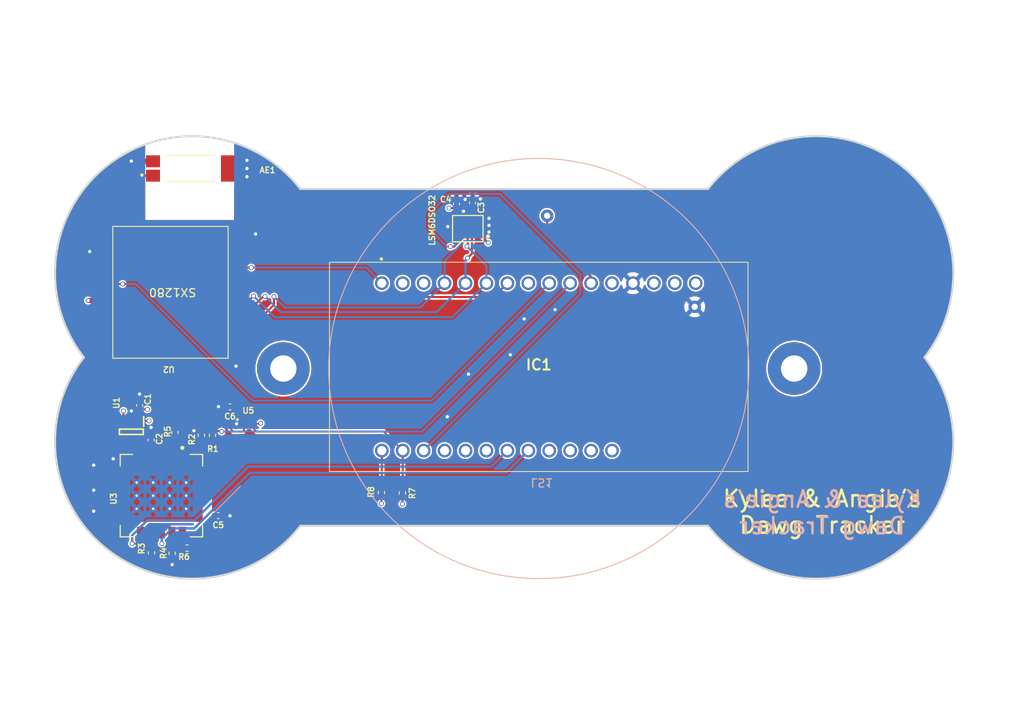
<source format=kicad_pcb>
(kicad_pcb (version 20211014) (generator pcbnew)
  (layers (0 "F.Cu" signal) (1 "In1.Cu" signal) (2 "In2.Cu" signal) (31 "B.Cu" signal) (34 "B.Paste" user) (35 "F.Paste" user) (36 "B.SilkS" user "B.Silkscreen") (37 "F.SilkS" user "F.Silkscreen") (38 "B.Mask" user) (39 "F.Mask" user) (44 "Edge.Cuts" user))
  (net 0 "")
  (net 1 "+3V3")
  (net 2 "GND")
  (net 3 "+1V8")
  (net 4 "/lora reset")
  (net 7 "/SCK")
  (net 8 "/MOSI")
  (net 9 "/MISO")
  (net 10 "/lora cs")
  (net 12 "/ANT")
  (net 13 "/GPS_ON")
  (net 14 "Net-(IC1-Pad11)")
  (net 18 "+3V8")
  (net 22 "/gps reset")
  (net 23 "/wakeup")
  (net 27 "/pedometer cs")
  (net 28 "/I2C_SCL")
  (net 29 "/I2C_SDA")
  (net 30 "Net-(R1-Pad2)")
  (net 35 "/BUSY")
  (net 41 "Net-(C6-Pad1)")
  (net 42 "/CTS")
  (net 43 "/RTS")
  (footprint "Resistor_SMD:R_0402_1005Metric" (layer "F.Cu") (at 83.7 119.2 -90)
    (fp_text reference "R7" (at 0.04 -1.2 -270) (layer "F.SilkS") (effects (font (size 0.7 0.7))))
    (fp_text value "2.2k" hide)
    (fp_line (start -0.153641 -0.38) (end 0.153641 -0.38) (layer "F.SilkS") (width 0.12))
    (fp_line (start -0.153641 0.38) (end 0.153641 0.38) (layer "F.SilkS") (width 0.12))
    (pad "1" smd roundrect locked (at -0.51 0 270) (size 0.54 0.64) (layers "F.Cu" "F.Paste" "F.Mask") (net 28 "/I2C_SCL"))
    (pad "2" smd roundrect locked (at 0.51 0 270) (size 0.54 0.64) (layers "F.Cu" "F.Paste" "F.Mask") (net 1 "+3V3"))
  )
  (footprint "Resistor_SMD:R_0402_1005Metric" (layer "F.Cu") (at 81.15 119.15 -90)
    (fp_text reference "R8" (at -0.06 1.25 -270) (layer "F.SilkS") (effects (font (size 0.7 0.7))))
    (fp_text value "2.2k" hide)
    (fp_line (start -0.153641 -0.38) (end 0.153641 -0.38) (layer "F.SilkS") (width 0.12))
    (fp_line (start -0.153641 0.38) (end 0.153641 0.38) (layer "F.SilkS") (width 0.12))
    (pad "1" smd roundrect locked (at -0.51 0 270) (size 0.54 0.64) (layers "F.Cu" "F.Paste" "F.Mask") (net 29 "/I2C_SDA"))
    (pad "2" smd roundrect locked (at 0.51 0 270) (size 0.54 0.64) (layers "F.Cu" "F.Paste" "F.Mask") (net 1 "+3V3"))
  )
  (footprint "Resistor_SMD:R_0402_1005Metric" (layer "F.Cu") (at 59.3 112.2 90)
    (fp_text reference "R2" (at -0.5 -1.15 90) (layer "F.SilkS") (effects (font (size 0.7 0.7))))
    (fp_text value "10k" hide)
    (fp_line (start -0.153641 0.38) (end 0.153641 0.38) (layer "F.SilkS") (width 0.12))
    (fp_line (start -0.153641 -0.38) (end 0.153641 -0.38) (layer "F.SilkS") (width 0.12))
    (pad "1" smd roundrect locked (at -0.51 0 90) (size 0.54 0.64) (layers "F.Cu" "F.Paste" "F.Mask") (net 30 "Net-(R1-Pad2)"))
    (pad "2" smd roundrect locked (at 0.51 0 90) (size 0.54 0.64) (layers "F.Cu" "F.Paste" "F.Mask") (net 2 "GND"))
  )
  (footprint "Dog_Tracker:ORG1510" (layer "F.Cu") (at 54.449999 119.527 90)
    (fp_text reference "U3" (at -1.173 -5.799999 90) (layer "F.SilkS") (effects (font (size 0.7 0.7)) (justify left)))
    (fp_text value "Origin_GPS1510" hide)
    (fp_line (start -5 -5) (end -5 -3.5) (layer "F.SilkS") (width 0.15))
    (fp_line (start -5 5) (end -5 3.5) (layer "F.SilkS") (width 0.15))
    (fp_line (start 5 5) (end 3.6 5) (layer "F.SilkS") (width 0.15))
    (fp_line (start 5 5) (end 5 3.5) (layer "F.SilkS") (width 0.15))
    (fp_line (start 5 -5) (end 3.6 -5) (layer "F.SilkS") (width 0.15))
    (fp_line (start 5 -5) (end 5 -3.5) (layer "F.SilkS") (width 0.15))
    (fp_line (start -5 -5) (end -3.6 -5) (layer "F.SilkS") (width 0.15))
    (fp_line (start -5 5) (end -3.6 5) (layer "F.SilkS") (width 0.15))
    (fp_circle (center 5.799999 2.54) (end 5.924999 2.54) (layer "F.SilkS") (width 0.25) (fill none))
    (pad "1" smd rect (at 4.358 2.54 90) (size 1.676 0.864) (layers "F.Cu" "F.Paste" "F.Mask") (net 30 "Net-(R1-Pad2)"))
    (pad "2" smd rect (at 4.485 1.27 90) (size 1.422 0.864) (layers "F.Cu" "F.Paste" "F.Mask"))
    (pad "3" smd rect (at 4.485 0 90) (size 1.422 0.864) (layers "F.Cu" "F.Paste" "F.Mask") (net 41 "Net-(C6-Pad1)"))
    (pad "4" smd rect (at 4.485 -1.27 90) (size 1.422 0.864) (layers "F.Cu" "F.Paste" "F.Mask") (net 3 "+1V8"))
    (pad "5" thru_hole circle (at 1.5875 3.002398 90) (size 0.6 0.6) (drill 0.3) (layers *.Cu) (net 2 "GND"))
    (pad "5" thru_hole circle (at 1.5875 1.000799 90) (size 0.6 0.6) (drill 0.3) (layers *.Cu) (net 2 "GND"))
    (pad "5" thru_hole circle (at -1.5875 3.002398 90) (size 0.6 0.6) (drill 0.3) (layers *.Cu) (net 2 "GND"))
    (pad "5" thru_hole circle (at 1.5875 -1.0008 90) (size 0.6 0.6) (drill 0.3) (layers *.Cu) (net 2 "GND"))
    (pad "5" thru_hole circle (at 0 3.002398 90) (size 0.6 0.6) (drill 0.3) (layers *.Cu) (net 2 "GND"))
    (pad "5" thru_hole circle (at -1.5875 -1.0008 90) (size 0.6 0.6) (drill 0.3) (layers *.Cu) (net 2 "GND"))
    (pad "5" smd rect (at 4.485 -2.54 90) (size 1.422 0.864) (layers "F.Cu" "F.Paste" "F.Mask") (net 2 "GND"))
    (pad "5" thru_hole circle (at 0 -3.002399 180) (size 0.6 0.6) (drill 0.3) (layers *.Cu) (net 2 "GND"))
    (pad "5" thru_hole circle (at -1.5875 -3.002399 90) (size 0.6 0.6) (drill 0.3) (layers *.Cu) (net 2 "GND"))
    (pad "5" thru_hole circle (at 0 -1.0008 90) (size 0.6 0.6) (drill 0.3) (layers *.Cu) (net 2 "GND"))
    (pad "5" thru_hole circle (at -1.5875 1.000799 90) (size 0.6 0.6) (drill 0.3) (layers *.Cu) (net 2 "GND"))
    (pad "5" smd rect (at 0 0 90) (size 6.35 10.008) (layers "F.Cu" "F.Paste" "F.Mask") (net 2 "GND"))
    (pad "5" thru_hole circle (at 1.5875 -3.002399 180) (size 0.6 0.6) (drill 0.3) (layers *.Cu) (net 2 "GND"))
    (pad "5" thru_hole circle (at 0 1.000799 90) (size 0.6 0.6) (drill 0.3) (layers *.Cu) (net 2 "GND"))
    (pad "6" smd rect (at -4.485 -2.54 90) (size 1.422 0.864) (layers "F.Cu" "F.Paste" "F.Mask") (net 23 "/wakeup"))
    (pad "7" smd rect (at -4.485 -1.27 90) (size 1.422 0.864) (layers "F.Cu" "F.Paste" "F.Mask") (net 42 "/CTS"))
    (pad "8" smd rect (at -4.485 0 90) (size 1.422 0.864) (layers "F.Cu" "F.Paste" "F.Mask") (net 22 "/gps reset"))
    (pad "9" smd rect (at -4.485 1.27 90) (size 1.422 0.864) (layers "F.Cu" "F.Paste" "F.Mask") (net 43 "/RTS"))
    (pad "10" smd rect (at -4.485 2.54 90) (size 1.422 0.864) (layers "F.Cu" "F.Paste" "F.Mask") (net 29 "/I2C_SDA"))
  )
  (footprint "Resistor_SMD:R_0402_1005Metric" (layer "F.Cu") (at 60.65 112.21 -90)
    (fp_text reference "R1" (at 1.64 -0.05 -180) (layer "F.SilkS") (effects (font (size 0.7 0.7))))
    (fp_text value "220" hide)
    (fp_line (start -0.153641 -0.38) (end 0.153641 -0.38) (layer "F.SilkS") (width 0.12))
    (fp_line (start -0.153641 0.38) (end 0.153641 0.38) (layer "F.SilkS") (width 0.12))
    (pad "1" smd roundrect locked (at -0.51 0 270) (size 0.54 0.64) (layers "F.Cu" "F.Paste" "F.Mask") (net 13 "/GPS_ON"))
    (pad "2" smd roundrect locked (at 0.51 0 270) (size 0.54 0.64) (layers "F.Cu" "F.Paste" "F.Mask") (net 30 "Net-(R1-Pad2)"))
  )
  (footprint "Dog_Tracker:SX1280_Breakout" (layer "F.Cu") (at 55.55 94.85 180)
    (fp_text reference "U2" (at 0.2 -9.35 180 unlocked) (layer "F.SilkS") (effects (font (size 0.7 0.7))))
    (fp_text value "SX1280IMLTRT")
    (fp_text user "SX1280" (at -0.254 0 180 unlocked) (layer "F.SilkS"))
    (fp_rect (start -7 -8) (end 7 8) (layer "F.SilkS") (width 0.12) (fill none))
    (pad "1" smd rect (at -8 -7 180) (size 1.5 1.2) (layers "F.Cu" "F.Paste" "F.Mask") (net 2 "GND"))
    (pad "2" smd rect (at -8 -5 180) (size 1.5 1.2) (layers "F.Cu" "F.Paste" "F.Mask") (net 9 "/MISO"))
    (pad "3" smd rect (at -8 -3 180) (size 1.5 1.2) (layers "F.Cu" "F.Paste" "F.Mask") (net 8 "/MOSI"))
    (pad "4" smd rect (at -8 -1 180) (size 1.5 1.2) (layers "F.Cu" "F.Paste" "F.Mask") (net 7 "/SCK"))
    (pad "5" smd rect (at -8 1 180) (size 1.5 1.2) (layers "F.Cu" "F.Paste" "F.Mask") (net 10 "/lora cs"))
    (pad "6" smd rect (at -8 3 180) (size 1.5 1.2) (layers "F.Cu" "F.Paste" "F.Mask") (net 4 "/lora reset"))
    (pad "7" smd rect (at -8 5 180) (size 1.5 1.2) (layers "F.Cu" "F.Paste" "F.Mask"))
    (pad "8" smd rect (at -8 7 180) (size 1.5 1.2) (layers "F.Cu" "F.Paste" "F.Mask") (net 2 "GND"))
    (pad "9" smd rect (at 8 7 180) (size 1.5 1.2) (layers "F.Cu" "F.Paste" "F.Mask") (net 12 "/ANT"))
    (pad "10" smd rect (at 8 5 180) (size 1.5 1.2) (layers "F.Cu" "F.Paste" "F.Mask") (net 2 "GND"))
    (pad "11" smd rect (at 8 3 180) (size 1.5 1.2) (layers "F.Cu" "F.Paste" "F.Mask"))
    (pad "12" smd rect (at 8 1 180) (size 1.5 1.2) (layers "F.Cu" "F.Paste" "F.Mask") (net 35 "/BUSY"))
    (pad "13" smd rect (at 8 -1 180) (size 1.5 1.2) (layers "F.Cu" "F.Paste" "F.Mask") (net 1 "+3V3"))
    (pad "14" smd rect (at 8 -3 180) (size 1.5 1.2) (layers "F.Cu" "F.Paste" "F.Mask"))
    (pad "15" smd rect (at 8 -5 180) (size 1.5 1.2) (layers "F.Cu" "F.Paste" "F.Mask"))
    (pad "16" smd rect (at 8 -7 180) (size 1.5 1.2) (layers "F.Cu" "F.Paste" "F.Mask"))
  )
  (footprint "Dog_Tracker:W3211" (layer "F.Cu") (at 57.98 79.82 180)
    (fp_text reference "AE1" (at -9.35 -0.2) (layer "F.SilkS") (effects (font (size 0.7 0.7))))
    (fp_text value "W3211" hide)
    (fp_line (start 5.9 -0.7) (end 5.9 -0.7) (layer "F.SilkS") (width 0.2))
    (fp_line (start 5.9 -0.9) (end 5.9 -0.9) (layer "F.SilkS") (width 0.2))
    (fp_line (start -3 -1.6) (end 3 -1.6) (layer "F.SilkS") (width 0.1))
    (fp_line (start -3 1.6) (end 3 1.6) (layer "F.SilkS") (width 0.1))
    (fp_arc (start 5.9 -0.9) (mid 6 -0.8) (end 5.9 -0.7) (layer "F.SilkS") (width 0.2))
    (fp_arc (start 5.9 -0.7) (mid 5.8 -0.8) (end 5.9 -0.9) (layer "F.SilkS") (width 0.2))
    (pad "1" smd rect (at 4.55 -0.875 270) (size 1.45 1.7) (layers "F.Cu" "F.Paste" "F.Mask") (net 12 "/ANT"))
    (pad "2" smd rect (at -4.55 0 180) (size 1.7 3.2) (layers "F.Cu" "F.Paste" "F.Mask") (net 2 "GND"))
    (pad "2" smd rect (at 4.55 0.875 270) (size 1.45 1.7) (layers "F.Cu" "F.Paste" "F.Mask") (net 2 "GND"))
  )
  (footprint "Resistor_SMD:R_0402_1005Metric" (layer "F.Cu") (at 55.749999 126.517 -90)
    (fp_text reference "R4" (at 0 1.049999 -270) (layer "F.SilkS") (effects (font (size 0.7 0.7))))
    (fp_text value "10k" hide)
    (fp_line (start -0.153641 0.38) (end 0.153641 0.38) (layer "F.SilkS") (width 0.12))
    (fp_line (start -0.153641 -0.38) (end 0.153641 -0.38) (layer "F.SilkS") (width 0.12))
    (pad "1" smd roundrect locked (at -0.51 0 270) (size 0.54 0.64) (layers "F.Cu" "F.Paste" "F.Mask") (net 43 "/RTS"))
    (pad "2" smd roundrect locked (at 0.51 0 270) (size 0.54 0.64) (layers "F.Cu" "F.Paste" "F.Mask") (net 2 "GND"))
  )
  (footprint "Resistor_SMD:R_0402_1005Metric" (layer "F.Cu") (at 53.249999 126.477 -90)
    (fp_text reference "R3" (at -0.527 1.199999 -270) (layer "F.SilkS") (effects (font (size 0.7 0.7))))
    (fp_text value "10k" hide)
    (fp_line (start -0.153641 -0.38) (end 0.153641 -0.38) (layer "F.SilkS") (width 0.12))
    (fp_line (start -0.153641 0.38) (end 0.153641 0.38) (layer "F.SilkS") (width 0.12))
    (pad "1" smd roundrect locked (at -0.51 0 270) (size 0.54 0.64) (layers "F.Cu" "F.Paste" "F.Mask") (net 42 "/CTS"))
    (pad "2" smd roundrect locked (at 0.51 0 270) (size 0.54 0.64) (layers "F.Cu" "F.Paste" "F.Mask") (net 3 "+1V8"))
  )
  (footprint "Resistor_SMD:R_0402_1005Metric" (layer "F.Cu") (at 56.1 111.86 90)
    (fp_text reference "R5" (at 0.11 -0.9 90) (layer "F.SilkS") (effects (font (size 0.7 0.7))))
    (fp_text value "2.2k" hide)
    (fp_line (start -0.153641 -0.38) (end 0.153641 -0.38) (layer "F.SilkS") (width 0.12))
    (fp_line (start -0.153641 0.38) (end 0.153641 0.38) (layer "F.SilkS") (width 0.12))
    (pad "1" smd roundrect locked (at -0.51 0 90) (size 0.54 0.64) (layers "F.Cu" "F.Paste" "F.Mask") (net 41 "Net-(C6-Pad1)"))
    (pad "2" smd roundrect locked (at 0.51 0 90) (size 0.54 0.64) (layers "F.Cu" "F.Paste" "F.Mask") (net 3 "+1V8"))
  )
  (footprint "Capacitor_SMD:C_0402_1005Metric" (layer "F.Cu") (at 90.2625 84.125 90)
    (fp_text reference "C4" (at 0.55 -1.3) (layer "F.SilkS") (effects (font (size 0.7 0.7))))
    (fp_text value "100nF" hide)
    (fp_line (start -0.107836 -0.36) (end 0.107836 -0.36) (layer "F.SilkS") (width 0.12))
    (fp_line (start -0.107836 0.36) (end 0.107836 0.36) (layer "F.SilkS") (width 0.12))
    (pad "1" smd roundrect locked (at -0.48 0 90) (size 0.56 0.62) (layers "F.Cu" "F.Paste" "F.Mask") (net 1 "+3V3"))
    (pad "2" smd roundrect locked (at 0.48 0 90) (size 0.56 0.62) (layers "F.Cu" "F.Paste" "F.Mask") (net 2 "GND"))
  )
  (footprint "Capacitor_SMD:C_0402_1005Metric" (layer "F.Cu") (at 92.2125 83.995 90)
    (fp_text reference "C3" (at -0.58 1.05 90) (layer "F.SilkS") (effects (font (size 0.7 0.7))))
    (fp_text value "100nF" hide)
    (fp_line (start -0.107836 0.36) (end 0.107836 0.36) (layer "F.SilkS") (width 0.12))
    (fp_line (start -0.107836 -0.36) (end 0.107836 -0.36) (layer "F.SilkS") (width 0.12))
    (pad "1" smd roundrect locked (at -0.48 0 90) (size 0.56 0.62) (layers "F.Cu" "F.Paste" "F.Mask") (net 1 "+3V3"))
    (pad "2" smd roundrect locked (at 0.48 0 90) (size 0.56 0.62) (layers "F.Cu" "F.Paste" "F.Mask") (net 2 "GND"))
  )
  (footprint "Capacitor_SMD:C_0402_1005Metric" (layer "F.Cu") (at 51.8 108.58 90)
    (fp_text reference "C1" (at 0.78 1 90) (layer "F.SilkS") (effects (font (size 0.7 0.7))))
    (fp_text value "1uF" hide)
    (fp_line (start -0.107836 -0.36) (end 0.107836 -0.36) (layer "F.SilkS") (width 0.12))
    (fp_line (start -0.107836 0.36) (end 0.107836 0.36) (layer "F.SilkS") (width 0.12))
    (pad "1" smd roundrect locked (at -0.48 0 90) (size 0.56 0.62) (layers "F.Cu" "F.Paste" "F.Mask") (net 1 "+3V3"))
    (pad "2" smd roundrect locked (at 0.48 0 90) (size 0.56 0.62) (layers "F.Cu" "F.Paste" "F.Mask") (net 2 "GND"))
  )
  (footprint "Dog_Tracker:Feather_M4" (layer "F.Cu") (at 100.25 103.65 180)
    (fp_text reference "IC1" (at 0 0) (layer "F.SilkS") (effects (font (size 1.27 1.27) (thickness 0.254))))
    (fp_text value "M4 Feather" hide)
    (fp_line (start 25.4 12.45) (end -25.4 12.45) (layer "F.SilkS") (width 0.1))
    (fp_line (start -25.4 12.45) (end -25.4 -12.95) (layer "F.SilkS") (width 0.1))
    (fp_line (start 25.4 -12.95) (end 25.4 12.45) (layer "F.SilkS") (width 0.1))
    (fp_line (start 19 12.85) (end 19 12.85) (layer "F.SilkS") (width 0.2))
    (fp_line (start 19.2 12.85) (end 19.2 12.85) (layer "F.SilkS") (width 0.2))
    (fp_line (start -25.4 -12.95) (end 25.4 -12.95) (layer "F.SilkS") (width 0.1))
    (fp_arc (start 19 12.85) (mid 19.1 12.75) (end 19.2 12.85) (layer "F.SilkS") (width 0.2))
    (fp_arc (start 19.2 12.85) (mid 19.1 12.95) (end 19 12.85) (layer "F.SilkS") (width 0.2))
    (pad "1" thru_hole circle (at 19.05 9.91 180) (size 1.665 1.665) (drill 1.11) (layers *.Cu *.Mask) (net 4 "/lora reset"))
    (pad "2" thru_hole circle (at 16.51 9.91 180) (size 1.665 1.665) (drill 1.11) (layers *.Cu *.Mask))
    (pad "3" thru_hole circle (at 13.97 9.91 180) (size 1.665 1.665) (drill 1.11) (layers *.Cu *.Mask))
    (pad "4" thru_hole circle (at 11.43 9.91 180) (size 1.665 1.665) (drill 1.11) (layers *.Cu *.Mask) (net 9 "/MISO"))
    (pad "5" thru_hole circle (at 8.89 9.91 180) (size 1.665 1.665) (drill 1.11) (layers *.Cu *.Mask) (net 8 "/MOSI"))
    (pad "6" thru_hole circle (at 6.35 9.91 180) (size 1.665 1.665) (drill 1.11) (layers *.Cu *.Mask) (net 7 "/SCK"))
    (pad "7" thru_hole circle (at 3.81 9.91 180) (size 1.665 1.665) (drill 1.11) (layers *.Cu *.Mask) (net 10 "/lora cs"))
    (pad "8" thru_hole circle (at 1.27 9.91 180) (size 1.665 1.665) (drill 1.11) (layers *.Cu *.Mask))
    (pad "9" thru_hole circle (at -1.27 9.91 180) (size 1.665 1.665) (drill 1.11) (layers *.Cu *.Mask) (net 35 "/BUSY"))
    (pad "10" thru_hole circle (at -3.81 9.91 180) (size 1.665 1.665) (drill 1.11) (layers *.Cu *.Mask) (net 13 "/GPS_ON"))
    (pad "11" thru_hole circle (at -6.35 9.91 180) (size 1.665 1.665) (drill 1.11) (layers *.Cu *.Mask) (net 14 "Net-(IC1-Pad11)"))
    (pad "12" thru_hole circle (at -8.89 9.91 180) (size 1.665 1.665) (drill 1.11) (layers *.Cu *.Mask))
    (pad "13" thru_hole circle (at -11.43 9.91 180) (size 1.665 1.665) (drill 1.11) (layers *.Cu *.Mask) (net 2 "GND"))
    (pad "14" thru_hole circle (at -13.97 9.91 180) (size 1.665 1.665) (drill 1.11) (layers *.Cu *.Mask))
    (pad "15" thru_hole circle (at -16.51 9.91 180) (size 1.665 1.665) (drill 1.11) (layers *.Cu *.Mask) (net 1 "+3V3"))
    (pad "16" thru_hole circle (at -19.05 9.91 180) (size 1.665 1.665) (drill 1.11) (layers *.Cu *.Mask))
    (pad "17" thru_hole circle (at -8.89 -10.41 180) (size 1.665 1.665) (drill 1.11) (layers *.Cu *.Mask) (net 18 "+3V8"))
    (pad "18" thru_hole circle (at -6.35 -10.41 180) (size 1.665 1.665) (drill 1.11) (layers *.Cu *.Mask))
    (pad "19" thru_hole circle (at -3.81 -10.41 180) (size 1.665 1.665) (drill 1.11) (layers *.Cu *.Mask))
    (pad "20" thru_hole circle (at -1.27 -10.41 180) (size 1.665 1.665) (drill 1.11) (layers *.Cu *.Mask))
    (pad "21" thru_hole circle (at 1.27 -10.41 180) (size 1.665 1.665) (drill 1.11) (layers *.Cu *.Mask) (net 22 "/gps reset"))
    (pad "22" thru_hole circle (at 3.81 -10.41 180) (size 1.665 1.665) (drill 1.11) (layers *.Cu *.Mask) (net 23 "/wakeup"))
    (pad "23" thru_hole circle (at 6.35 -10.41 180) (size 1.665 1.665) (drill 1.11) (layers *.Cu *.Mask))
    (pad "24" thru_hole circle (at 8.89 -10.41 180) (size 1.665 1.665) (drill 1.11) (layers *.Cu *.Mask))
    (pad "25" thru_hole circle (at 11.43 -10.41 180) (size 1.665 1.665) (drill 1.11) (layers *.Cu *.Mask))
    (pad "26" thru_hole circle (at 13.97 -10.41 180) (size 1.665 1.665) (drill 1.11) (layers *.Cu *.Mask) (net 27 "/pedometer cs"))
    (pad "27" thru_hole circle (at 16.51 -10.41 180) (size 1.665 1.665) (drill 1.11) (layers *.Cu *.Mask) (net 28 "/I2C_SCL"))
    (pad "28" thru_hole circle (at 19.05 -10.41 180) (size 1.665 1.665) (drill 1.11) (layers *.Cu *.Mask) (net 29 "/I2C_SDA"))
  )
  (footprint "Dog_Tracker:SN74AUP1T97DSFR" (layer "F.Cu") (at 64.9428 110.8056)
    (fp_text reference "U5" (at 0.0572 -1.6) (layer "F.SilkS") (effects (font (size 0.7 0.7))))
    (fp_text value "SN74AUP1T97" hide)
    (fp_circle (center -1.27 -0.508) (end -1.27 -0.508) (layer "F.SilkS") (width 0.12) (fill none))
    (fp_circle (center -1.27 -0.508) (end -1.143 -0.508) (layer "F.SilkS") (width 0.12) (fill none))
    (pad "1" smd rect (at -0.4572 -0.3556 90) (size 0.2032 0.762) (layers "F.Cu" "F.Paste" "F.Mask") (net 41 "Net-(C6-Pad1)"))
    (pad "2" smd rect (at -0.4572 0 90) (size 0.2032 0.762) (layers "F.Cu" "F.Paste" "F.Mask") (net 2 "GND"))
    (pad "3" smd rect (at -0.4572 0.3556 90) (size 0.2032 0.762) (layers "F.Cu" "F.Paste" "F.Mask") (net 41 "Net-(C6-Pad1)"))
    (pad "4" smd rect (at 0.4572 0.3556 90) (size 0.2032 0.762) (layers "F.Cu" "F.Paste" "F.Mask") (net 28 "/I2C_SCL"))
    (pad "5" smd rect (at 0.4572 0 90) (size 0.2032 0.762) (layers "F.Cu" "F.Paste" "F.Mask") (net 1 "+3V3"))
    (pad "6" smd rect (at 0.4572 -0.3556 90) (size 0.2032 0.762) (layers "F.Cu" "F.Paste" "F.Mask") (net 41 "Net-(C6-Pad1)"))
  )
  (footprint "Dog_Tracker:LSM6DSRTR" (layer "F.Cu") (at 91.6375 87.125 180)
    (fp_text reference "U6" hide)
    (fp_text value "LSM6DSO32" (at 4.3375 1.025 90) (layer "F.SilkS") (effects (font (size 0.7 0.7))))
    (fp_line (start -1.85 -1.6) (end 1.85 -1.6) (layer "F.SilkS") (width 0.15))
    (fp_line (start 1.85 1.6) (end -1.85 1.6) (layer "F.SilkS") (width 0.15))
    (fp_line (start -1.85 1.6) (end -1.85 -1.6) (layer "F.SilkS") (width 0.15))
    (fp_line (start 1.85 -1.6) (end 1.85 1.6) (layer "F.SilkS") (width 0.15))
    (fp_circle (center -2.45 -0.925) (end -2.325 -0.925) (layer "F.SilkS") (width 0.25) (fill none))
    (pad "1" smd rect (at -1.1625 -0.75 180) (size 0.575 0.35) (layers "F.Cu" "F.Mask") (net 9 "/MISO"))
    (pad "2" smd rect (at -1.1625 -0.25 180) (size 0.575 0.35) (layers "F.Cu" "F.Mask") (net 2 "GND"))
    (pad "3" smd rect (at -1.1625 0.25 180) (size 0.575 0.35) (layers "F.Cu" "F.Mask") (net 2 "GND"))
    (pad "4" smd rect (at -1.1625 0.75 180) (size 0.575 0.35) (layers "F.Cu" "F.Mask") (net 2 "GND"))
    (pad "5" smd rect (at -0.5 0.9125 180) (size 0.35 0.575) (layers "F.Cu" "F.Mask") (net 1 "+3V3"))
    (pad "6" smd rect (at 0 0.9125 180) (size 0.35 0.575) (layers "F.Cu" "F.Mask") (net 2 "GND"))
    (pad "7" smd rect (at 0.5 0.9125 180) (size 0.35 0.575) (layers "F.Cu" "F.Mask") (net 2 "GND"))
    (pad "8" smd rect (at 1.1625 0.75 180) (size 0.575 0.35) (layers "F.Cu" "F.Mask") (net 1 "+3V3"))
    (pad "9" smd rect (at 1.1625 0.25 180) (size 0.575 0.35) (layers "F.Cu" "F.Mask") (net 2 "GND"))
    (pad "10" smd rect (at 1.1625 -0.25 180) (size 0.575 0.35) (layers "F.Cu" "F.Mask"))
    (pad "11" smd rect (at 1.1625 -0.75 180) (size 0.575 0.35) (layers "F.Cu" "F.Mask"))
    (pad "12" smd rect (at 0.5 -0.9125 180) (size 0.35 0.575) (layers "F.Cu" "F.Mask") (net 27 "/pedometer cs"))
    (pad "13" smd rect (at 0 -0.9125 180) (size 0.35 0.575) (layers "F.Cu" "F.Mask") (net 7 "/SCK"))
    (pad "14" smd rect (at -0.5 -0.9125 180) (size 0.35 0.575) (layers "F.Cu" "F.Mask") (net 8 "/MOSI"))
  )
  (footprint "Capacitor_SMD:C_0402_1005Metric" (layer "F.Cu") (at 53.2 112.77 90)
    (fp_text reference "C2" (at 0.12 1 90) (layer "F.SilkS") (effects (font (size 0.7 0.7))))
    (fp_text value "1uF" hide)
    (fp_line (start -0.107836 -0.36) (end 0.107836 -0.36) (layer "F.SilkS") (width 0.12))
    (fp_line (start -0.107836 0.36) (end 0.107836 0.36) (layer "F.SilkS") (width 0.12))
    (pad "1" smd roundrect locked (at -0.48 0 90) (size 0.56 0.62) (layers "F.Cu" "F.Paste" "F.Mask") (net 3 "+1V8"))
    (pad "2" smd roundrect locked (at 0.48 0 90) (size 0.56 0.62) (layers "F.Cu" "F.Paste" "F.Mask") (net 2 "GND"))
  )
  (footprint "Resistor_SMD:R_0402_1005Metric" (layer "F.Cu") (at 57.56 125.9)
    (fp_text reference "R6" (at -0.36 1.05) (layer "F.SilkS") (effects (font (size 0.7 0.7))))
    (fp_text value "2.2k" hide)
    (fp_line (start -0.153641 -0.38) (end 0.153641 -0.38) (layer "F.SilkS") (width 0.12))
    (fp_line (start -0.153641 0.38) (end 0.153641 0.38) (layer "F.SilkS") (width 0.12))
    (pad "1" smd roundrect locked (at -0.51 0) (size 0.54 0.64) (layers "F.Cu" "F.Paste" "F.Mask") (net 29 "/I2C_SDA"))
    (pad "2" smd roundrect locked (at 0.51 0) (size 0.54 0.64) (layers "F.Cu" "F.Paste" "F.Mask") (net 3 "+1V8"))
  )
  (footprint "Capacitor_SMD:C_0402_1005Metric" (layer "F.Cu") (at 62.7785 108.75 180)
    (fp_text reference "C6" (at 0 -1.16) (layer "F.SilkS") (effects (font (size 0.7 0.7))))
    (fp_text value "22pF" hide)
    (fp_line (start -0.107836 -0.36) (end 0.107836 -0.36) (layer "F.SilkS") (width 0.12))
    (fp_line (start -0.107836 0.36) (end 0.107836 0.36) (layer "F.SilkS") (width 0.12))
    (pad "1" smd roundrect locked (at -0.48 0 180) (size 0.56 0.62) (layers "F.Cu" "F.Paste" "F.Mask") (net 41 "Net-(C6-Pad1)"))
    (pad "2" smd roundrect locked (at 0.48 0 180) (size 0.56 0.62) (layers "F.Cu" "F.Paste" "F.Mask") (net 2 "GND"))
  )
  (footprint "Dog_Tracker:SOT95P280X100" (layer "F.Cu") (at 50.799999 111.777 -90)
    (fp_text reference "U1" (at -3.5 1.8 -270) (layer "F.SilkS") (effects (font (size 0.7 0.7))))
    (fp_text value "ADP160AUJZ-1.8-R7" hide)
    (fp_line (start -0.325 -1.45) (end 0.325 -1.45) (layer "F.SilkS") (width 0.2))
    (fp_line (start -1.825 -1.5) (end -0.675 -1.5) (layer "F.SilkS") (width 0.2))
    (fp_line (start -0.325 1.45) (end -0.325 -1.45) (layer "F.SilkS") (width 0.2))
    (fp_line (start 0.325 -1.45) (end 0.325 1.45) (layer "F.SilkS") (width 0.2))
    (fp_line (start 0.325 1.45) (end -0.325 1.45) (layer "F.SilkS") (width 0.2))
    (pad "1" smd rect (at -1.25 -0.95) (size 0.6 1.15) (layers "F.Cu" "F.Paste" "F.Mask") (net 1 "+3V3"))
    (pad "2" smd rect (at -1.25 0) (size 0.6 1.15) (layers "F.Cu" "F.Paste" "F.Mask") (net 2 "GND"))
    (pad "3" smd rect (at -1.25 0.95) (size 0.6 1.15) (layers "F.Cu" "F.Paste" "F.Mask") (net 1 "+3V3"))
    (pad "4" smd rect (at 1.25 0.95) (size 0.6 1.15) (layers "F.Cu" "F.Paste" "F.Mask"))
    (pad "5" smd rect (at 1.25 -0.95) (size 0.6 1.15) (layers "F.Cu" "F.Paste" "F.Mask") (net 3 "+1V8"))
  )
  (footprint "Capacitor_SMD:C_0402_1005Metric" (layer "F.Cu") (at 61.35 121.95)
    (fp_text reference "C5" (at 0 1.15) (layer "F.SilkS") (effects (font (size 0.7 0.7))))
    (fp_text value "22pF" hide)
    (fp_line (start -0.107836 -0.36) (end 0.107836 -0.36) (layer "F.SilkS") (width 0.12))
    (fp_line (start -0.107836 0.36) (end 0.107836 0.36) (layer "F.SilkS") (width 0.12))
    (pad "1" smd roundrect locked (at -0.48 0) (size 0.56 0.62) (layers "F.Cu" "F.Paste" "F.Mask") (net 29 "/I2C_SDA"))
    (pad "2" smd roundrect locked (at 0.48 0) (size 0.56 0.62) (layers "F.Cu" "F.Paste" "F.Mask") (net 2 "GND"))
  )
  (footprint "Dog_Tracker:W-03A" (layer "B.Cu") (at 100.25 104.1)
    (fp_text reference "LS1" (at 0.381 13.843 180 unlocked) (layer "B.SilkS") (effects (justify mirror)))
    (fp_text value "Speaker_Ultrasound")
    (fp_circle (center 0 0) (end 25.5 0) (layer "B.SilkS") (width 0.12) (fill none))
    (pad "" np_thru_hole circle (at 31 0) (size 6.4 6.4) (drill 3.2) (layers F&B.Cu *.Mask))
    (pad "" np_thru_hole circle (at -31 0) (size 6.4 6.4) (drill 3.2) (layers F&B.Cu *.Mask))
    (pad "1" thru_hole circle (at 1.016 -18.542) (size 1.524 1.524) (drill 0.762) (layers *.Cu *.Mask) (net 14 "Net-(IC1-Pad11)"))
    (pad "2" thru_hole circle (at 18.923 -7.493) (size 1.524 1.524) (drill 0.762) (layers *.Cu *.Mask) (net 2 "GND"))
  )
  (gr_line (start 96.05 123.18578) (end 71.3 123.18578) (layer "Edge.Cuts") (width 0.242))
  (gr_line (start 96.05 123.18578) (end 120.8 123.18578) (layer "Edge.Cuts") (width 0.242))
  (gr_arc (start 147.04315 102.75) (mid 144.139465 126.089465) (end 120.8 123.18578) (layer "Edge.Cuts") (width 0.242))
  (gr_arc (start 45.05685 102.75) (mid 47.960535 79.410535) (end 71.3 82.31422) (layer "Edge.Cuts") (width 0.242))
  (gr_arc (start 120.8 82.31422) (mid 144.139465 79.410535) (end 147.04315 102.75) (layer "Edge.Cuts") (width 0.242))
  (gr_arc (start 71.3 123.18578) (mid 47.960535 126.089465) (end 45.05685 102.75) (layer "Edge.Cuts") (width 0.242))
  (gr_line (start 96.05 82.31422) (end 120.8 82.31422) (layer "Edge.Cuts") (width 0.242))
  (gr_line (start 96.05 82.31422) (end 71.3 82.31422) (layer "Edge.Cuts") (width 0.242))
  (gr_text "Kylee & Angie's\nDawg Tracker" (at 134.66 121.58) (layer "B.SilkS") (effects (font (size 2 2) (thickness 0.3)) (justify mirror)))
  (gr_text "Kylee & Angie's\nDawg Tracker" (at 134.66 121.5) (layer "F.SilkS") (effects (font (size 2 2) (thickness 0.3))))
  (segment (start 81.15 119.66) (end 81.15 120.49) (width 0.25) (layer "F.Cu") (net 1))
  (segment (start 83.7 119.71) (end 83.7 120.54) (width 0.25) (layer "F.Cu") (net 1))
  (segment (start 90.2425 84.625) (end 90.2625 84.605) (width 0.25) (layer "F.Cu") (net 1))
  (segment (start 51.81 109.05) (end 51.8 109.06) (width 0.25) (layer "F.Cu") (net 1))
  (segment (start 65.4 110.8056) (end 66.4444 110.8056) (width 0.2) (layer "F.Cu") (net 1))
  (segment (start 52.75 109.05) (end 51.81 109.05) (width 0.25) (layer "F.Cu") (net 1))
  (segment (start 66.4444 110.8056) (end 66.5 110.75) (width 0.1) (layer "F.Cu") (net 1))
  (segment (start 92.1375 84.55) (end 92.2125 84.475) (width 0.25) (layer "F.Cu") (net 1))
  (segment (start 90.475 86.375) (end 90.475 85.385) (width 0.25) (layer "F.Cu") (net 1))
  (segment (start 52.95 110.45) (end 51.826999 110.45) (width 0.25) (layer "F.Cu") (net 1))
  (segment (start 92.142989 84.405489) (end 92.2125 84.475) (width 0.25) (layer "F.Cu") (net 1))
  (segment (start 89.3625 84.625) (end 90.2425 84.625) (width 0.25) (layer "F.Cu") (net 1))
  (segment (start 90.462011 84.405489) (end 92.142989 84.405489) (width 0.25) (layer "F.Cu") (net 1))
  (segment (start 92.1375 86.2125) (end 92.1375 84.55) (width 0.25) (layer "F.Cu") (net 1))
  (segment (start 45.55 95.85) (end 47.55 95.85) (width 0.6096) (layer "F.Cu") (net 1))
  (segment (start 90.475 85.385) (end 90.2625 85.1725) (width 0.25) (layer "F.Cu") (net 1))
  (segment (start 90.2625 84.605) (end 90.462011 84.405489) (width 0.25) (layer "F.Cu") (net 1))
  (segment (start 49.85 109.25) (end 49.849999 110.527) (width 0.25) (layer "F.Cu") (net 1))
  (segment (start 90.2625 85.1725) (end 90.2625 84.605) (width 0.25) (layer "F.Cu") (net 1))
  (via (at 81.15 120.49) (size 0.58) (drill 0.4) (layers "F.Cu" "B.Cu") (net 1))
  (via (at 83.7 120.54) (size 0.58) (drill 0.4) (layers "F.Cu" "B.Cu") (net 1))
  (via (at 89.3625 84.625) (size 0.58) (drill 0.4) (layers "F.Cu" "B.Cu") (net 1))
  (via (at 52.75 109.05) (size 0.58) (drill 0.4) (layers "F.Cu" "B.Cu") (net 1))
  (via (at 45.55 95.85) (size 0.58) (drill 0.4) (layers "F.Cu" "B.Cu") (net 1))
  (via (at 66.5 110.75) (size 0.58) (drill 0.4) (layers "F.Cu" "B.Cu") (net 1))
  (via (at 52.95 110.45) (size 0.58) (drill 0.4) (layers "F.Cu" "B.Cu") (net 1))
  (via (at 49.85 109.25) (size 0.58) (drill 0.4) (layers "F.Cu" "B.Cu") (net 1))
  (segment (start 92.8 86.375) (end 93.7125 86.375) (width 0.25) (layer "F.Cu") (net 2))
  (segment (start 92.2225 83.525) (end 92.2125 83.515) (width 0.25) (layer "F.Cu") (net 2))
  (segment (start 53.43 78.945) (end 50.955 78.945) (width 0.6096) (layer "F.Cu") (net 2))
  (segment (start 63.5744 110.8056) (end 64.4856 110.8056) (width 0.2) (layer "F.Cu") (net 2))
  (segment (start 91.11 85.02) (end 91.6375 85.5475) (width 0.25) (layer "F.Cu") (net 2))
  (segment (start 48.6 115.05) (end 48.608 115.042) (width 0.25) (layer "F.Cu") (net 2))
  (segment (start 94.0625 86.875) (end 94.2125 86.725) (width 0.25) (layer "F.Cu") (net 2))
  (segment (start 92.8 86.875) (end 94.0625 86.875) (width 0.25) (layer "F.Cu") (net 2))
  (segment (start 93.7125 86.375) (end 94.2125 85.875) (width 0.25) (layer "F.Cu") (net 2))
  (segment (start 47.5 89.9) (end 47.55 89.85) (width 0.29337) (layer "F.Cu") (net 2))
  (segment (start 48.608 115.042) (end 51.909999 115.042) (width 0.25) (layer "F.Cu") (net 2))
  (segment (start 55.75 127.9) (end 55.749999 127.027) (width 0.25) (layer "F.Cu") (net 2))
  (segment (start 92.8 87.375) (end 94.0625 87.375) (width 0.25) (layer "F.Cu") (net 2))
  (segment (start 94.0625 87.375) (end 94.2125 87.525) (width 0.25) (layer "F.Cu") (net 2))
  (segment (start 62.2985 108.75) (end 61.401499 108.75) (width 0.25) (layer "F.Cu") (net 2))
  (segment (start 63.08 80.82) (end 64.83 80.82) (width 0.6096) (layer "F.Cu") (net 2))
  (segment (start 91.1375 85.0475) (end 91.1375 86.2125) (width 0.25) (layer "F.Cu") (net 2))
  (segment (start 58.44 111.69) (end 58.4 111.65) (width 0.25) (layer "F.Cu") (net 2))
  (segment (start 63.5 103.8) (end 63.5 101.9) (width 0.25) (layer "F.Cu") (net 2))
  (segment (start 63.57 110.81) (end 63.5744 110.8056) (width 0.1) (layer "F.Cu") (net 2))
  (segment (start 62.45 79.95) (end 63 80.5) (width 0.6096) (layer "F.Cu") (net 2))
  (segment (start 61.401499 108.75) (end 61.378499 108.727) (width 0.25) (layer "F.Cu") (net 2))
  (segment (start 91.11 85.02) (end 91.1375 85.0475) (width 0.25) (layer "F.Cu") (net 2))
  (segment (start 45.75 89.9) (end 47.5 89.9) (width 0.29337) (layer "F.Cu") (net 2))
  (segment (start 51.8 108.1) (end 51.8 107.2) (width 0.25) (layer "F.Cu") (net 2))
  (segment (start 65.877798 87.772202) (end 65.8 87.85) (width 0.29337) (layer "F.Cu") (net 2))
  (segment (start 61.951499 121.95) (end 62.7485 121.95) (width 0.25) (layer "F.Cu") (net 2))
  (segment (start 59.3 111.69) (end 58.44 111.69) (width 0.25) (layer "F.Cu") (net 2))
  (segment (start 53.2 111.25) (end 53.2 112.29) (width 0.25) (layer "F.Cu") (net 2))
  (segment (start 63.5 101.9) (end 63.55 101.85) (width 0.25) (layer "F.Cu") (net 2))
  (segment (start 89.2125 86.875) (end 90.475 86.875) (width 0.25) (layer "F.Cu") (net 2))
  (segment (start 62.53 79.82) (end 64.83 79.82) (width 0.6096) (layer "F.Cu") (net 2))
  (segment (start 91.2425 83.645) (end 91.3125 83.575) (width 0.25) (layer "F.Cu") (net 2))
  (segment (start 50.799999 110.527) (end 50.8 109.25) (width 0.25) (layer "F.Cu") (net 2))
  (segment (start 91.6375 85.5475) (end 91.6375 86.2125) (width 0.25) (layer "F.Cu") (net 2))
  (segment (start 93.1625 83.525) (end 92.2225 83.525) (width 0.25) (layer "F.Cu") (net 2))
  (segment (start 90.2625 83.645) (end 91.2425 83.645) (width 0.25) (layer "F.Cu") (net 2))
  (segment (start 63.08 78.82) (end 64.83 78.82) (width 0.6096) (layer "F.Cu") (net 2))
  (segment (start 65.8 87.85) (end 63.55 87.85) (width 0.29337) (layer "F.Cu") (net 2))
  (via (at 58.4 111.65) (size 0.58) (drill 0.4) (layers "F.Cu" "B.Cu") (net 2))
  (via (at 96.8 102.425) (size 0.58) (drill 0.4) (layers "F.Cu" "B.Cu") (net 2))
  (via (at 64.83 80.82) (size 0.8) (drill 0.4) (layers "F.Cu" "B.Cu") (net 2))
  (via (at 63.57 110.81) (size 0.58) (drill 0.4) (layers "F.Cu" "B.Cu") (net 2))
  (via (at 61.378499 108.727) (size 0.58) (drill 0.4) (layers "F.Cu" "B.Cu") (net 2))
  (via (at 93.1625 83.525) (size 0.58) (drill 0.4) (layers "F.Cu" "B.Cu") (net 2))
  (via (at 94.2125 85.875) (size 0.58) (drill 0.4) (layers "F.Cu" "B.Cu") (net 2))
  (via (at 45.75 89.9) (size 0.58) (drill 0.4) (layers "F.Cu" "B.Cu") (net 2))
  (via (at 98.475 98.075) (size 0.58) (drill 0.4) (layers "F.Cu" "B.Cu") (net 2))
  (via (at 65.877798 87.772202) (size 0.58) (drill 0.4) (layers "F.Cu" "B.Cu") (net 2))
  (via (at 64.83 78.82) (size 0.8) (drill 0.4) (layers "F.Cu" "B.Cu") (net 2))
  (via (at 51.8 107.2) (size 0.58) (drill 0.4) (layers "F.Cu" "B.Cu") (net 2))
  (via (at 55.75 127.9) (size 0.58) (drill 0.4) (layers "F.Cu" "B.Cu") (net 2))
  (via (at 102.225 96.95) (size 0.58) (drill 0.4) (layers "F.Cu" "B.Cu") (net 2))
  (via (at 46.228 118.872) (size 0.58) (drill 0.4) (layers "F.Cu" "B.Cu") (net 2))
  (via (at 91.3125 83.575) (size 0.58) (drill 0.4) (layers "F.Cu" "B.Cu") (net 2))
  (via (at 48.6 115.05) (size 0.58) (drill 0.4) (layers "F.Cu" "B.Cu") (net 2))
  (via (at 50.8 78.92) (size 0.8) (drill 0.4) (layers "F.Cu" "B.Cu") (net 2))
  (via (at 89.15 109.95) (size 0.58) (drill 0.4) (layers "F.Cu" "B.Cu") (net 2))
  (via (at 91.11 85.02) (size 0.58) (drill 0.4) (layers "F.Cu" "B.Cu") (net 2))
  (via (at 53.2 111.25) (size 0.58) (drill 0.4) (layers "F.Cu" "B.Cu") (net 2))
  (via (at 64.83 79.82) (size 0.8) (drill 0.4) (layers "F.Cu" "B.Cu") (net 2))
  (via (at 94.2125 87.525) (size 0.58) (drill 0.4) (layers "F.Cu" "B.Cu") (net 2))
  (via (at 46.228 121.412) (size 0.58) (drill 0.4) (layers "F.Cu" "B.Cu") (net 2))
  (via (at 63.5 103.8) (size 0.58) (drill 0.4) (layers "F.Cu" "B.Cu") (net 2))
  (via (at 46.228 115.824) (size 0.58) (drill 0.4) (layers "F.Cu" "B.Cu") (net 2))
  (via (at 89.2125 86.875) (size 0.58) (drill 0.4) (layers "F.Cu" "B.Cu") (net 2))
  (via (at 50.8 109.25) (size 0.58) (drill 0.4) (layers "F.Cu" "B.Cu") (net 2))
  (via (at 62.7715 121.973) (size 0.58) (drill 0.4) (layers "F.Cu" "B.Cu") (net 2))
  (via (at 94.2125 86.725) (size 0.58) (drill 0.4) (layers "F.Cu" "B.Cu") (net 2))
  (via (at 91.725 104.775) (size 0.58) (drill 0.4) (layers "F.Cu" "B.Cu") (net 2))
  (segment (start 52.007 126.987) (end 53.249999 126.987) (width 0.25) (layer "F.Cu") (net 3))
  (segment (start 56.99 128.52) (end 54.13 128.52) (width 0.25) (layer "F.Cu") (net 3))
  (segment (start 53.2 113.25) (end 51.972999 113.25) (width 0.25) (layer "F.Cu") (net 3))
  (segment (start 50.34151 114.435489) (end 48.264511 114.435489) (width 0.25) (layer "F.Cu") (net 3))
  (segment (start 51.972999 113.25) (end 51.749999 113.027) (width 0.25) (layer "F.Cu") (net 3))
  (segment (start 48.264511 114.435489) (end 47.55 115.15) (width 0.25) (layer "F.Cu") (net 3))
  (segment (start 51.749999 113.027) (end 50.34151 114.435489) (width 0.25) (layer "F.Cu") (net 3))
  (segment (start 54.2 113.25) (end 53.2 113.25) (width 0.25) (layer "F.Cu") (net 3))
  (segment (start 58.07 127.44) (end 56.99 128.52) (width 0.25) (layer "F.Cu") (net 3))
  (segment (start 47.55 123.62) (end 50.05 126.12) (width 0.25) (layer "F.Cu") (net 3))
  (segment (start 52.306489 114.006489) (end 51.749999 113.449999) (width 0.25) (layer "F.Cu") (net 3))
  (segment (start 50.05 126.12) (end 51.14 126.12) (width 0.25) (layer "F.Cu") (net 3))
  (segment (start 47.55 115.15) (end 47.55 123.62) (width 0.25) (layer "F.Cu") (net 3))
  (segment (start 54.13 128.52) (end 53.249999 127.639999) (width 0.25) (layer "F.Cu") (net 3))
  (segment (start 53.179999 114.519978) (end 52.66651 114.006489) (width 0.25) (layer "F.Cu") (net 3))
  (segment (start 51.749999 113.449999) (end 51.749999 113.027) (width 0.25) (layer "F.Cu") (net 3))
  (segment (start 56.1 111.35) (end 54.2 113.25) (width 0.25) (layer "F.Cu") (net 3))
  (segment (start 53.179999 115.042) (end 53.179999 114.519978) (width 0.25) (layer "F.Cu") (net 3))
  (segment (start 58.07 125.9) (end 58.07 127.44) (width 0.25) (layer "F.Cu") (net 3))
  (segment (start 53.249999 127.639999) (end 53.249999 126.987) (width 0.25) (layer "F.Cu") (net 3))
  (segment (start 52.66651 114.006489) (end 52.306489 114.006489) (width 0.25) (layer "F.Cu") (net 3))
  (segment (start 51.14 126.12) (end 52.007 126.987) (width 0.25) (layer "F.Cu") (net 3))
  (segment (start 63.55 91.85) (end 65.36 91.85) (width 0.25) (layer "F.Cu") (net 4))
  (via (at 65.36 91.85) (size 0.58) (drill 0.4) (layers "F.Cu" "B.Cu") (net 4))
  (segment (start 65.36 91.85) (end 79.31 91.85) (width 0.25) (layer "B.Cu") (net 4))
  (segment (start 79.31 91.85) (end 81.2 93.74) (width 0.25) (layer "B.Cu") (net 4))
  (segment (start 91.6375 89.1355) (end 91.6375 88.0375) (width 0.25) (layer "F.Cu") (net 7))
  (segment (start 91.523 89.25) (end 91.6375 89.1355) (width 0.25) (layer "F.Cu") (net 7))
  (segment (start 65.06 95.85) (end 65.62 95.29) (width 0.25) (layer "F.Cu") (net 7))
  (segment (start 63.55 95.85) (end 65.06 95.85) (width 0.25) (layer "F.Cu") (net 7))
  (via (at 91.523 89.25) (size 0.58) (drill 0.4) (layers "F.Cu" "B.Cu") (net 7))
  (via (at 65.62 95.29) (size 0.58) (drill 0.4) (layers "F.Cu" "B.Cu") (net 7))
  (segment (start 65.62 95.29) (end 68.194511 97.864511) (width 0.25) (layer "B.Cu") (net 7))
  (segment (start 68.194511 97.864511) (end 68.584511 97.864511) (width 0.25) (layer "B.Cu") (net 7))
  (segment (start 91.523 89.25) (end 93.9 91.627) (width 0.25) (layer "B.Cu") (net 7))
  (segment (start 68.584511 97.864511) (end 89.775489 97.864511) (width 0.25) (layer "B.Cu") (net 7))
  (segment (start 93.9 91.627) (end 93.9 93.74) (width 0.25) (layer "B.Cu") (net 7))
  (segment (start 89.775489 97.864511) (end 93.9 93.74) (width 0.25) (layer "B.Cu") (net 7))
  (segment (start 66.83 95.34) (end 64.32 97.85) (width 0.25) (layer "F.Cu") (net 8))
  (segment (start 92.1375 90.1625) (end 92.1375 88.0375) (width 0.25) (layer "F.Cu") (net 8))
  (segment (start 91.6 90.7) (end 92.1375 90.1625) (width 0.25) (layer "F.Cu") (net 8))
  (segment (start 64.32 97.85) (end 63.55 97.85) (width 0.25) (layer "F.Cu") (net 8))
  (segment (start 67.02 95.34) (end 66.83 95.34) (width 0.25) (layer "F.Cu") (net 8))
  (via (at 67.02 95.34) (size 0.58) (drill 0.4) (layers "F.Cu" "B.Cu") (net 8))
  (via (at 91.6 90.7) (size 0.58) (drill 0.4) (layers "F.Cu" "B.Cu") (net 8))
  (segment (start 68.93 97.25) (end 87.85 97.25) (width 0.25) (layer "B.Cu") (net 8))
  (segment (start 91.36 90.94) (end 91.36 93.74) (width 0.29337) (layer "B.Cu") (net 8))
  (segment (start 87.85 97.25) (end 91.36 93.74) (width 0.25) (layer "B.Cu") (net 8))
  (segment (start 91.6 90.7) (end 91.36 90.94) (width 0.29337) (layer "B.Cu") (net 8))
  (segment (start 67.02 95.34) (end 68.93 97.25) (width 0.25) (layer "B.Cu") (net 8))
  (segment (start 92.8 87.875) (end 93.1625 87.875) (width 0.25) (layer "F.Cu") (net 9))
  (segment (start 64.62763 99.85) (end 68.1125 96.36513) (width 0.25) (layer "F.Cu") (net 9))
  (segment (start 68.1125 96.36513) (end 68.1125 95.375) (width 0.25) (layer "F.Cu") (net 9))
  (segment (start 93.1625 87.875) (end 94.1125 88.825) (width 0.25) (layer "F.Cu") (net 9))
  (segment (start 63.55 99.85) (end 64.62763 99.85) (width 0.25) (layer "F.Cu") (net 9))
  (via (at 68.1125 95.375) (size 0.58) (drill 0.4) (layers "F.Cu" "B.Cu") (net 9))
  (via (at 94.1125 88.825) (size 0.58) (drill 0.4) (layers "F.Cu" "B.Cu") (net 9))
  (segment (start 88.82 91.03) (end 88.82 93.74) (width 0.25) (layer "B.Cu") (net 9))
  (segment (start 85.885479 96.674521) (end 88.82 93.74) (width 0.25) (layer "B.Cu") (net 9))
  (segment (start 68.1125 95.375) (end 69.412021 96.674521) (width 0.25) (layer "B.Cu") (net 9))
  (segment (start 93.922989 88.635489) (end 91.214511 88.635489) (width 0.25) (layer "B.Cu") (net 9))
  (segment (start 69.412021 96.674521) (end 85.885479 96.674521) (width 0.25) (layer "B.Cu") (net 9))
  (segment (start 94.1125 88.825) (end 93.922989 88.635489) (width 0.25) (layer "B.Cu") (net 9))
  (segment (start 91.214511 88.635489) (end 88.82 91.03) (width 0.25) (layer "B.Cu") (net 9))
  (segment (start 94.76 95.42) (end 96.44 93.74) (width 0.25) (layer "F.Cu") (net 10))
  (segment (start 63.55 93.85) (end 70.95 93.85) (width 0.25) (layer "F.Cu") (net 10))
  (segment (start 72.52 95.42) (end 94.76 95.42) (width 0.25) (layer "F.Cu") (net 10))
  (segment (start 70.95 93.85) (end 72.52 95.42) (width 0.25) (layer "F.Cu") (net 10))
  (segment (start 47.55 85.37) (end 47.55 87.85) (width 0.29337) (layer "F.Cu") (net 12))
  (segment (start 47.53 85.35) (end 47.55 85.37) (width 0.29337) (layer "F.Cu") (net 12))
  (segment (start 53.43 80.695) (end 52.185 80.695) (width 0.29337) (layer "F.Cu") (net 12))
  (segment (start 52.185 80.695) (end 47.53 85.35) (width 0.29337) (layer "F.Cu") (net 12))
  (segment (start 60.65 111.7) (end 61.7 111.7) (width 0.25) (layer "F.Cu") (net 13))
  (segment (start 61.7 111.7) (end 61.75 111.75) (width 0.25) (layer "F.Cu") (net 13))
  (via (at 61.75 111.75) (size 0.58) (drill 0.4) (layers "F.Cu" "B.Cu") (net 13))
  (segment (start 104.06 93.79) (end 104.06 93.74) (width 0.25) (layer "B.Cu") (net 13))
  (segment (start 61.75 111.75) (end 86.1 111.75) (width 0.25) (layer "B.Cu") (net 13))
  (segment (start 86.1 111.75) (end 104.06 93.79) (width 0.25) (layer "B.Cu") (net 13))
  (segment (start 101.266 87.626) (end 106.6 92.96) (width 0.25) (layer "F.Cu") (net 14))
  (segment (start 101.266 85.558) (end 101.266 87.626) (width 0.25) (layer "F.Cu") (net 14))
  (segment (start 106.6 92.96) (end 106.6 93.74) (width 0.25) (layer "F.Cu") (net 14))
  (segment (start 54.5 124.062001) (end 54.449999 124.012) (width 0.25) (layer "F.Cu") (net 22))
  (segment (start 54.5 125.35) (end 54.5 124.062001) (width 0.25) (layer "F.Cu") (net 22))
  (via (at 54.5 125.35) (size 0.58) (drill 0.4) (layers "F.Cu" "B.Cu") (net 22))
  (segment (start 65.19 116.75) (end 58.44 123.5) (width 0.29337) (layer "B.Cu") (net 22))
  (segment (start 55.75 123.5) (end 54.5 124.75) (width 0.29337) (layer "B.Cu") (net 22))
  (segment (start 54.5 124.75) (end 54.5 125.35) (width 0.29337) (layer "B.Cu") (net 22))
  (segment (start 98.98 114.06) (end 96.29 116.75) (width 0.29337) (layer "B.Cu") (net 22))
  (segment (start 58.44 123.5) (end 55.75 123.5) (width 0.29337) (layer "B.Cu") (net 22))
  (segment (start 96.29 116.75) (end 65.19 116.75) (width 0.29337) (layer "B.Cu") (net 22))
  (segment (start 51.909999 125.170001) (end 51.73 125.35) (width 0.25) (layer "F.Cu") (net 23))
  (segment (start 51.909999 124.012) (end 51.909999 125.170001) (width 0.25) (layer "F.Cu") (net 23))
  (segment (start 51.73 125.35) (end 50.9 125.35) (width 0.25) (layer "F.Cu") (net 23))
  (via (at 50.9 125.35) (size 0.58) (drill 0.4) (layers "F.Cu" "B.Cu") (net 23))
  (segment (start 94.5 116) (end 96.44 114.06) (width 0.29337) (layer "B.Cu") (net 23))
  (segment (start 50.9 124.35) (end 52.75 122.5) (width 0.29337) (layer "B.Cu") (net 23))
  (segment (start 50.9 125.35) (end 50.9 124.35) (width 0.29337) (layer "B.Cu") (net 23))
  (segment (start 65 116) (end 94.5 116) (width 0.29337) (layer "B.Cu") (net 23))
  (segment (start 58.5 122.5) (end 65 116) (width 0.29337) (layer "B.Cu") (net 23))
  (segment (start 52.75 122.5) (end 58.5 122.5) (width 0.29337) (layer "B.Cu") (net 23))
  (segment (start 91.1375 88.0375) (end 91.1375 88.15) (width 0.25) (layer "F.Cu") (net 27))
  (segment (start 91.1375 88.15) (end 89.984799 89.302701) (width 0.25) (layer "F.Cu") (net 27))
  (segment (start 89.984799 89.302701) (end 89.522701 89.302701) (width 0.25) (layer "F.Cu") (net 27))
  (via (at 89.522701 89.302701) (size 0.58) (drill 0.4) (layers "F.Cu" "B.Cu") (net 27))
  (segment (start 89.522701 89.302701) (end 89.092701 89.302701) (width 0.25) (layer "B.Cu") (net 27))
  (segment (start 105.3 95.04) (end 86.28 114.06) (width 0.25) (layer "B.Cu") (net 27))
  (segment (start 95.540489 82.910489) (end 105.3 92.67) (width 0.25) (layer "B.Cu") (net 27))
  (segment (start 86.91 85.37) (end 89.369511 82.910489) (width 0.25) (layer "B.Cu") (net 27))
  (segment (start 105.3 92.67) (end 105.3 95.04) (width 0.25) (layer "B.Cu") (net 27))
  (segment (start 89.369511 82.910489) (end 95.540489 82.910489) (width 0.25) (layer "B.Cu") (net 27))
  (segment (start 89.092701 89.302701) (end 86.91 87.12) (width 0.25) (layer "B.Cu") (net 27))
  (segment (start 86.91 87.12) (end 86.91 85.37) (width 0.25) (layer "B.Cu") (net 27))
  (segment (start 83.74 118.65) (end 83.7 118.69) (width 0.25) (layer "F.Cu") (net 28))
  (segment (start 83.74 114.06) (end 83.74 118.65) (width 0.25) (layer "F.Cu") (net 28))
  (segment (start 65.9888 111.75) (end 81.43 111.75) (width 0.2) (layer "F.Cu") (net 28))
  (segment (start 65.4 111.1612) (end 65.9888 111.75) (width 0.2) (layer "F.Cu") (net 28))
  (segment (start 81.43 111.75) (end 83.74 114.06) (width 0.2) (layer "F.Cu") (net 28))
  (segment (start 64.17307 118.64) (end 60.87 121.94307) (width 0.25) (layer "F.Cu") (net 29))
  (segment (start 60.87 121.94307) (end 60.87 121.95) (width 0.25) (layer "F.Cu") (net 29))
  (segment (start 58.793021 124.012) (end 56.989999 124.012) (width 0.25) (layer "F.Cu") (net 29))
  (segment (start 57.05 124.072001) (end 56.989999 124.012) (width 0.25) (layer "F.Cu") (net 29))
  (segment (start 81.15 118.64) (end 81.2 118.59) (width 0.25) (layer "F.Cu") (net 29))
  (segment (start 81.15 118.64) (end 64.17307 118.64) (width 0.25) (layer "F.Cu") (net 29))
  (segment (start 81.2 118.59) (end 81.2 114.06) (width 0.25) (layer "F.Cu") (net 29))
  (segment (start 60.769999 122.035022) (end 58.793021 124.012) (width 0.25) (layer "F.Cu") (net 29))
  (segment (start 57.05 125.9) (end 57.05 124.072001) (width 0.25) (layer "F.Cu") (net 29))
  (segment (start 60.64 112.71) (end 60.65 112.72) (width 0.25) (layer "F.Cu") (net 30))
  (segment (start 59.3 112.71) (end 60.64 112.71) (width 0.25) (layer "F.Cu") (net 30))
  (segment (start 57.05 115.108999) (end 56.989999 115.169) (width 0.25) (layer "F.Cu") (net 30))
  (segment (start 58.16 113.85) (end 57.05 113.85) (width 0.25) (layer "F.Cu") (net 30))
  (segment (start 59.3 112.71) (end 58.16 113.85) (width 0.25) (layer "F.Cu") (net 30))
  (segment (start 57.05 113.85) (end 57.05 115.108999) (width 0.25) (layer "F.Cu") (net 30))
  (segment (start 49.74 93.85) (end 49.75 93.84) (width 0.25) (layer "F.Cu") (net 35))
  (segment (start 47.55 93.85) (end 49.74 93.85) (width 0.25) (layer "F.Cu") (net 35))
  (via (at 49.75 93.84) (size 0.58) (drill 0.4) (layers "F.Cu" "B.Cu") (net 35))
  (segment (start 51.34 93.84) (end 65.5 108) (width 0.25) (layer "B.Cu") (net 35))
  (segment (start 49.75 93.84) (end 51.34 93.84) (width 0.25) (layer "B.Cu") (net 35))
  (segment (start 87.26 108) (end 101.52 93.74) (width 0.25) (layer "B.Cu") (net 35))
  (segment (start 65.5 108) (end 87.26 108) (width 0.25) (layer "B.Cu") (net 35))
  (segment (start 64.476022 108.75) (end 65.4 109.673978) (width 0.25) (layer "F.Cu") (net 41))
  (segment (start 64.4856 110.2156) (end 64.26 109.99) (width 0.2) (layer "F.Cu") (net 41))
  (segment (start 64.4856 110.45) (end 64.4856 110.2156) (width 0.2) (layer "F.Cu") (net 41))
  (segment (start 65.4 109.673978) (end 65.4 110.379489) (width 0.25) (layer "F.Cu") (net 41))
  (segment (start 64.26 109.99) (end 63.14 109.99) (width 0.2) (layer "F.Cu") (net 41))
  (segment (start 54.449999 113.670001) (end 54.449999 115.042) (width 0.25) (layer "F.Cu") (net 41))
  (segment (start 63.14 109.99) (end 62.67 110.46) (width 0.2) (layer "F.Cu") (net 41))
  (segment (start 60.948011 111.060489) (end 58.089511 111.060489) (width 0.2) (layer "F.Cu") (net 41))
  (segment (start 62.67 111.23) (end 63.19 111.75) (width 0.2) (layer "F.Cu") (net 41))
  (segment (start 63.19 111.75) (end 64.34 111.75) (width 0.2) (layer "F.Cu") (net 41))
  (segment (start 62.67 110.46) (end 62.67 111.23) (width 0.2) (layer "F.Cu") (net 41))
  (segment (start 64.34 111.75) (end 64.4856 111.6044) (width 0.2) (layer "F.Cu") (net 41))
  (segment (start 54.449999 113.670001) (end 55.75 112.37) (width 0.25) (layer "F.Cu") (net 41))
  (segment (start 55.75 112.37) (end 56.1 112.37) (width 0.25) (layer "F.Cu") (net 41))
  (segment (start 64.4856 111.6044) (end 64.4856 111.1612) (width 0.2) (layer "F.Cu") (net 41))
  (segment (start 63.2585 108.75) (end 60.948011 111.060489) (width 0.2) (layer "F.Cu") (net 41))
  (segment (start 58.089511 111.060489) (end 56.78 112.37) (width 0.2) (layer "F.Cu") (net 41))
  (segment (start 56.78 112.37) (end 56.1 112.37) (width 0.2) (layer "F.Cu") (net 41))
  (segment (start 64.4856 110.45) (end 65.4 110.45) (width 0.1) (layer "F.Cu") (net 41))
  (segment (start 63.2585 108.75) (end 64.476022 108.75) (width 0.25) (layer "F.Cu") (net 41))
  (segment (start 53.249999 125.967) (end 53.249999 124.082) (width 0.25) (layer "F.Cu") (net 42))
  (segment (start 53.249999 124.082) (end 53.179999 124.012) (width 0.25) (layer "F.Cu") (net 42))
  (segment (start 55.719999 125.977) (end 55.749999 126.007) (width 0.25) (layer "F.Cu") (net 43))
  (segment (start 55.719999 124.012) (end 55.719999 125.977) (width 0.25) (layer "F.Cu") (net 43))
  (zone (net 0) (net_name "") (layers F&B.Cu) (connect_pads (clearance 0)) (min_thickness 0.254)
    (keepout (tracks allowed) (vias not_allowed) (pads allowed) (copperpour not_allowed) (footprints allowed))
    (fill (thermal_gap 0.508) (thermal_bridge_width 0.508))
    (polygon (pts (xy 52.48 75.32) (xy 63.28 75.32) (xy 63.28 86.07) (xy 52.48 86.07)))
  )
  (zone (net 0) (net_name "") (layer "F.Cu") (connect_pads (clearance 0)) (min_thickness 0.254)
    (keepout (tracks allowed) (vias allowed) (pads allowed) (copperpour not_allowed) (footprints allowed))
    (fill (thermal_gap 0.508) (thermal_bridge_width 0.508))
    (polygon (pts (xy 60.594 125.568) (xy 48.375 125.575) (xy 47.6 125) (xy 47.05 124.15) (xy 47.052 113.717) (xy 60.594 113.717)))
  )
  (zone (net 2) (net_name "GND") (layer "F.Cu") (connect_pads (clearance 0)) (min_thickness 0.254) (fill yes (thermal_gap 0.508) (thermal_bridge_width 0.508))
    (polygon (pts (xy 154.2 65.1) (xy 154.5 137.15) (xy 35.456116 143.032403) (xy 36.9 68.05)))
  )
  (zone (net 2) (net_name "GND") (layer "B.Cu") (connect_pads (clearance 0)) (min_thickness 0.254) (fill yes (thermal_gap 0.508) (thermal_bridge_width 0.508))
    (polygon (pts (xy 38.101213 67.298222) (xy 155.401213 64.348222) (xy 155.701213 136.398222) (xy 36.657329 142.280625)))
  )
)
</source>
